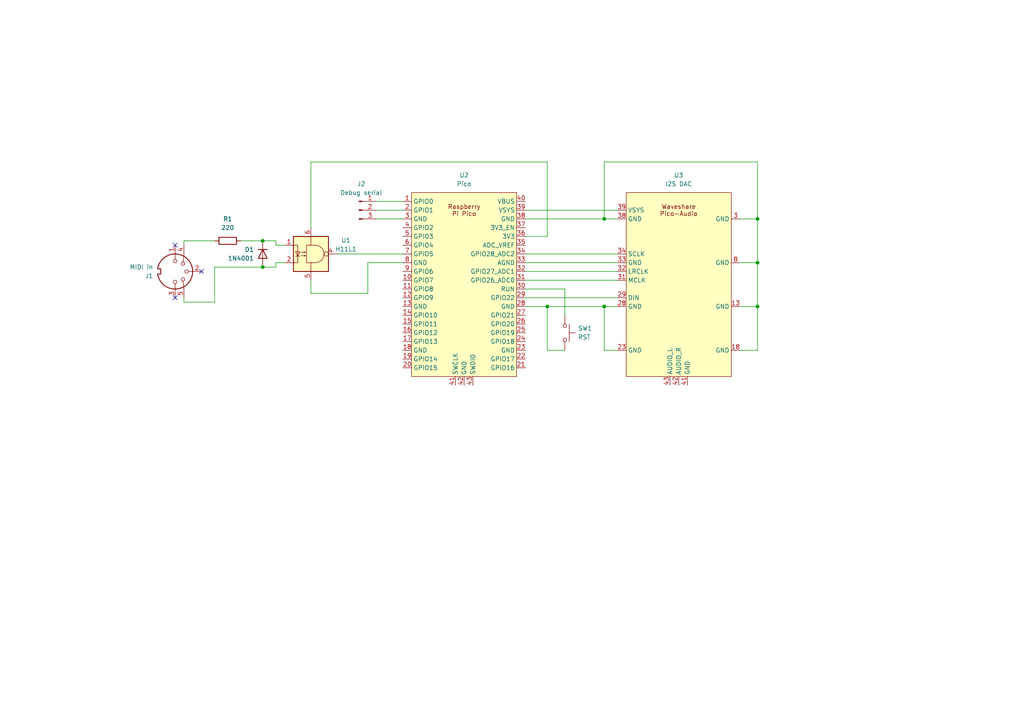
<source format=kicad_sch>
(kicad_sch (version 20230121) (generator eeschema)
  (paper "A4")
  (title_block (title "picoX7") (date "2023-08-28") (rev "0.01") (company "John Haughton"))
  (lib_symbols
    (symbol "Connector:Conn_01x03_Pin" (pin_names (offset 1.016) hide)
      (property "Reference" "J" (at 0 5.08 0))
      (property "Value" "Conn_01x03_Pin" (at 0 -5.08 0))
      (symbol "Conn_01x03_Pin_1_1"
        (polyline (pts (xy 1.27 -2.54) (xy 0.8636 -2.54)) (stroke (width 0.1524)))
        (polyline (pts (xy 1.27 0) (xy 0.8636 0)) (stroke (width 0.1524)))
        (polyline (pts (xy 1.27 2.54) (xy 0.8636 2.54)) (stroke (width 0.1524)))
        (rectangle (start 0.8636 -2.413) (end 0 -2.667) (stroke (width 0.1524)) (fill (type outline)))
        (rectangle (start 0.8636 0.127) (end 0 -0.127) (stroke (width 0.1524)) (fill (type outline)))
        (rectangle (start 0.8636 2.667) (end 0 2.413) (stroke (width 0.1524)) (fill (type outline)))
        (pin passive line (at 5.08 2.54 180) (length 3.81) (name "Pin_1") (number "1"))
        (pin passive line (at 5.08 0 180) (length 3.81) (name "Pin_2") (number "2"))
        (pin passive line (at 5.08 -2.54 180) (length 3.81) (name "Pin_3") (number "3"))
      )
    )
    (symbol "Connector:DIN-5_180degree" (pin_names (offset 1.016))
      (property "Reference" "J" (at 3.175 5.715 0))
      (property "Value" "DIN-5_180degree" (at 0 -6.35 0))
      (symbol "DIN-5_180degree_0_1"
        (arc (start -5.08 0) (mid -3.8609 -3.3364) (end -0.762 -5.08) (stroke (width 0.254)))
        (circle (center -3.048 0) (radius 0.508))
        (circle (center -2.286 2.286) (radius 0.508))
        (polyline (pts (xy -5.08 0) (xy -3.556 0)))
        (polyline (pts (xy 0 5.08) (xy 0 3.81)))
        (polyline (pts (xy 5.08 0) (xy 3.556 0)))
        (polyline (pts (xy -5.08 2.54) (xy -4.318 2.54) (xy -2.794 2.286)))
        (polyline (pts (xy 5.08 2.54) (xy 4.318 2.54) (xy 2.794 2.286)))
        (polyline (pts (xy -0.762 -4.953) (xy -0.762 -4.191) (xy 0.762 -4.191) (xy 0.762 -4.953)) (stroke (width 0.254)))
        (circle (center 0 3.302) (radius 0.508))
        (arc (start 0.762 -5.08) (mid 3.8685 -3.343) (end 5.08 0) (stroke (width 0.254)))
        (circle (center 2.286 2.286) (radius 0.508))
        (circle (center 3.048 0) (radius 0.508))
        (arc (start 5.08 0) (mid 0 5.0579) (end -5.08 0) (stroke (width 0.254)))
      )
      (symbol "DIN-5_180degree_1_1"
        (pin passive line (at -7.62 0 0) (length 2.54) (name "~") (number "1"))
        (pin passive line (at 0 7.62 270) (length 2.54) (name "~") (number "2"))
        (pin passive line (at 7.62 0 180) (length 2.54) (name "~") (number "3"))
        (pin passive line (at -7.62 2.54 0) (length 2.54) (name "~") (number "4"))
        (pin passive line (at 7.62 2.54 180) (length 2.54) (name "~") (number "5"))
      )
    )
    (symbol "Device:R" (pin_numbers hide) (pin_names (offset 0))
      (property "Reference" "R" (at 2.032 0 90))
      (property "Value" "R" (at 0 0 90))
      (symbol "R_0_1"
        (rectangle (start -1.016 -2.54) (end 1.016 2.54) (stroke (width 0.254)))
      )
      (symbol "R_1_1"
        (pin passive line (at 0 3.81 270) (length 1.27) (name "~") (number "1"))
        (pin passive line (at 0 -3.81 90) (length 1.27) (name "~") (number "2"))
      )
    )
    (symbol "Diode:1N4001" (pin_numbers hide) (pin_names hide)
      (property "Reference" "D" (at 0 2.54 0))
      (property "Value" "1N4001" (at 0 -2.54 0))
      (symbol "1N4001_0_1"
        (polyline (pts (xy -1.27 1.27) (xy -1.27 -1.27)) (stroke (width 0.254)))
        (polyline (pts (xy 1.27 0) (xy -1.27 0)))
        (polyline (pts (xy 1.27 1.27) (xy 1.27 -1.27) (xy -1.27 0) (xy 1.27 1.27)) (stroke (width 0.254)))
      )
      (symbol "1N4001_1_1"
        (pin passive line (at -3.81 0 0) (length 2.54) (name "K") (number "1"))
        (pin passive line (at 3.81 0 180) (length 2.54) (name "A") (number "2"))
      )
    )
    (symbol "Isolator:H11L1" (pin_names (offset 1.016))
      (property "Reference" "U" (at 1.27 8.89 0))
      (property "Value" "H11L1" (at 1.27 6.35 0))
      (symbol "H11L1_0_1"
        (rectangle (start -5.08 5.08) (end 5.08 -5.08) (stroke (width 0.254)) (fill (type background)))
        (polyline (pts (xy -4.445 -0.635) (xy -3.175 -0.635)))
        (polyline (pts (xy 0 2.54) (xy 0 5.08)))
        (polyline (pts (xy 0 -2.54) (xy 0 -5.08) (xy 0 -3.81)))
        (polyline (pts (xy -5.08 -2.54) (xy -3.81 -2.54) (xy -3.81 2.54) (xy -5.08 2.54)))
        (polyline (pts (xy -3.81 -0.635) (xy -4.445 0.635) (xy -3.175 0.635) (xy -3.81 -0.635)))
        (polyline (pts (xy 1.27 -2.54) (xy -1.27 -2.54) (xy -1.27 2.54) (xy 1.27 2.54)))
        (polyline (pts (xy -2.794 -0.508) (xy -1.524 -0.508) (xy -1.905 -0.635) (xy -1.905 -0.381) (xy -1.524 -0.508)))
        (polyline (pts (xy -2.794 0.508) (xy -1.524 0.508) (xy -1.905 0.381) (xy -1.905 0.635) (xy -1.524 0.508)))
        (arc (start 1.27 -2.54) (mid 3.799 0) (end 1.27 2.54))
      )
      (symbol "H11L1_1_1"
        (pin passive line (at -7.62 2.54 0) (length 2.54) (name "~") (number "1"))
        (pin passive line (at -7.62 -2.54 0) (length 2.54) (name "~") (number "2"))
        (pin no_connect line (at -5.08 0 0) (length 2.54) hide (name "~") (number "3"))
        (pin output inverted (at 7.62 0 180) (length 3.81) (name "~") (number "4"))
        (pin power_in line (at 0 -7.62 90) (length 2.54) (name "~") (number "5"))
        (pin power_in line (at 0 7.62 270) (length 2.54) (name "~") (number "6"))
      )
    )
    (symbol "MCU_RaspberryPi_and_Boards:Pico"
      (property "Reference" "U2" (at 0 31.75 0))
      (property "Value" "Pico" (at 0 29.21 0))
      (symbol "Pico_0_1"
        (rectangle (start -15.24 26.67) (end 15.24 -26.67) (fill (type background)))
      )
      (symbol "Pico_1_0"
        (text "Raspberry\nPi Pico" (at 0 21.59 0) (effects (font (size 1.27 1.27))))
      )
      (symbol "Pico_1_1"
        (pin bidirectional line (at -17.78 24.13 0) (length 2.54) (name "GPIO0") (number "1"))
        (pin bidirectional line (at -17.78 1.27 0) (length 2.54) (name "GPIO7") (number "10"))
        (pin bidirectional line (at -17.78 -1.27 0) (length 2.54) (name "GPIO8") (number "11"))
        (pin bidirectional line (at -17.78 -3.81 0) (length 2.54) (name "GPIO9") (number "12"))
        (pin power_in line (at -17.78 -6.35 0) (length 2.54) (name "GND") (number "13"))
        (pin bidirectional line (at -17.78 -8.89 0) (length 2.54) (name "GPIO10") (number "14"))
        (pin bidirectional line (at -17.78 -11.43 0) (length 2.54) (name "GPIO11") (number "15"))
        (pin bidirectional line (at -17.78 -13.97 0) (length 2.54) (name "GPIO12") (number "16"))
        (pin bidirectional line (at -17.78 -16.51 0) (length 2.54) (name "GPIO13") (number "17"))
        (pin power_in line (at -17.78 -19.05 0) (length 2.54) (name "GND") (number "18"))
        (pin bidirectional line (at -17.78 -21.59 0) (length 2.54) (name "GPIO14") (number "19"))
        (pin bidirectional line (at -17.78 21.59 0) (length 2.54) (name "GPIO1") (number "2"))
        (pin bidirectional line (at -17.78 -24.13 0) (length 2.54) (name "GPIO15") (number "20"))
        (pin bidirectional line (at 17.78 -24.13 180) (length 2.54) (name "GPIO16") (number "21"))
        (pin bidirectional line (at 17.78 -21.59 180) (length 2.54) (name "GPIO17") (number "22"))
        (pin power_in line (at 17.78 -19.05 180) (length 2.54) (name "GND") (number "23"))
        (pin bidirectional line (at 17.78 -16.51 180) (length 2.54) (name "GPIO18") (number "24"))
        (pin bidirectional line (at 17.78 -13.97 180) (length 2.54) (name "GPIO19") (number "25"))
        (pin bidirectional line (at 17.78 -11.43 180) (length 2.54) (name "GPIO20") (number "26"))
        (pin bidirectional line (at 17.78 -8.89 180) (length 2.54) (name "GPIO21") (number "27"))
        (pin power_in line (at 17.78 -6.35 180) (length 2.54) (name "GND") (number "28"))
        (pin bidirectional line (at 17.78 -3.81 180) (length 2.54) (name "GPIO22") (number "29"))
        (pin power_in line (at -17.78 19.05 0) (length 2.54) (name "GND") (number "3"))
        (pin input line (at 17.78 -1.27 180) (length 2.54) (name "RUN") (number "30"))
        (pin bidirectional line (at 17.78 1.27 180) (length 2.54) (name "GPIO26_ADC0") (number "31"))
        (pin bidirectional line (at 17.78 3.81 180) (length 2.54) (name "GPIO27_ADC1") (number "32"))
        (pin power_in line (at 17.78 6.35 180) (length 2.54) (name "AGND") (number "33"))
        (pin bidirectional line (at 17.78 8.89 180) (length 2.54) (name "GPIO28_ADC2") (number "34"))
        (pin power_in line (at 17.78 11.43 180) (length 2.54) (name "ADC_VREF") (number "35"))
        (pin power_in line (at 17.78 13.97 180) (length 2.54) (name "3V3") (number "36"))
        (pin input line (at 17.78 16.51 180) (length 2.54) (name "3V3_EN") (number "37"))
        (pin bidirectional line (at 17.78 19.05 180) (length 2.54) (name "GND") (number "38"))
        (pin power_in line (at 17.78 21.59 180) (length 2.54) (name "VSYS") (number "39"))
        (pin bidirectional line (at -17.78 16.51 0) (length 2.54) (name "GPIO2") (number "4"))
        (pin power_in line (at 17.78 24.13 180) (length 2.54) (name "VBUS") (number "40"))
        (pin input line (at -2.54 -29.21 90) (length 2.54) (name "SWCLK") (number "41"))
        (pin power_in line (at 0 -29.21 90) (length 2.54) (name "GND") (number "42"))
        (pin bidirectional line (at 2.54 -29.21 90) (length 2.54) (name "SWDIO") (number "43"))
        (pin bidirectional line (at -17.78 13.97 0) (length 2.54) (name "GPIO3") (number "5"))
        (pin bidirectional line (at -17.78 11.43 0) (length 2.54) (name "GPIO4") (number "6"))
        (pin bidirectional line (at -17.78 8.89 0) (length 2.54) (name "GPIO5") (number "7"))
        (pin power_in line (at -17.78 6.35 0) (length 2.54) (name "GND") (number "8"))
        (pin bidirectional line (at -17.78 3.81 0) (length 2.54) (name "GPIO6") (number "9"))
      )
    )
    (symbol "MCU_RaspberryPi_and_Boards:Waveshare Pico-Audio"
      (property "Reference" "U3" (at 0 31.75 0))
      (property "Value" "I2S DAC" (at 0 29.21 0))
      (symbol "Waveshare Pico-Audio_0_1"
        (rectangle (start -15.24 26.67) (end 15.24 -26.67) (fill (type background)))
      )
      (symbol "Waveshare Pico-Audio_1_0"
        (text "Waveshare\nPico-Audio" (at 0 21.59 0) (effects (font (size 1.27 1.27))))
      )
      (symbol "Waveshare Pico-Audio_1_1"
        (pin power_in line (at -17.78 -6.35 0) (length 2.54) (name "GND") (number "13"))
        (pin power_in line (at -17.78 -19.05 0) (length 2.54) (name "GND") (number "18"))
        (pin power_in line (at 17.78 -19.05 180) (length 2.54) (name "GND") (number "23"))
        (pin power_in line (at 17.78 -6.35 180) (length 2.54) (name "GND") (number "28"))
        (pin input line (at 17.78 -3.81 180) (length 2.54) (name "DIN") (number "29"))
        (pin power_in line (at -17.78 19.05 0) (length 2.54) (name "GND") (number "3"))
        (pin input line (at 17.78 1.27 180) (length 2.54) (name "MCLK") (number "31"))
        (pin input line (at 17.78 3.81 180) (length 2.54) (name "LRCLK") (number "32"))
        (pin power_in line (at 17.78 6.35 180) (length 2.54) (name "GND") (number "33"))
        (pin input line (at 17.78 8.89 180) (length 2.54) (name "SCLK") (number "34"))
        (pin bidirectional line (at 17.78 19.05 180) (length 2.54) (name "GND") (number "38"))
        (pin power_in line (at 17.78 21.59 180) (length 2.54) (name "VSYS") (number "39"))
        (pin power_out line (at -2.54 -29.21 90) (length 2.54) (name "GND") (number "41"))
        (pin output line (at 0 -29.21 90) (length 2.54) (name "AUDIO_R") (number "42"))
        (pin output line (at 2.54 -29.21 90) (length 2.54) (name "AUDIO_L") (number "43"))
        (pin power_in line (at -17.78 6.35 0) (length 2.54) (name "GND") (number "8"))
      )
    )
    (symbol "Switch:SW_Push" (pin_numbers hide) (pin_names (offset 1.016) hide)
      (property "Reference" "SW" (at 1.27 2.54 0))
      (property "Value" "SW_Push" (at 0 -1.524 0))
      (symbol "SW_Push_0_1"
        (circle (center -2.032 0) (radius 0.508))
        (polyline (pts (xy 0 1.27) (xy 0 3.048)))
        (polyline (pts (xy 2.54 1.27) (xy -2.54 1.27)))
        (circle (center 2.032 0) (radius 0.508))
        (pin passive line (at -5.08 0 0) (length 2.54) (name "1") (number "1"))
        (pin passive line (at 5.08 0 180) (length 2.54) (name "2") (number "2"))
      )
    )
  )
  (junction (at 175.26 88.9))
  (junction (at 219.71 76.2))
  (junction (at 158.75 88.9))
  (junction (at 219.71 63.5))
  (junction (at 76.2 69.85))
  (junction (at 219.71 88.9))
  (junction (at 76.2 77.47))
  (junction (at 175.26 63.5))
  (no_connect (at 58.42 78.74))
  (no_connect (at 50.8 86.36))
  (no_connect (at 50.8 71.12))
  (wire (pts (xy 90.17 81.28) (xy 90.17 85.09)))
  (wire (pts (xy 219.71 76.2) (xy 219.71 88.9)))
  (wire (pts (xy 82.55 76.2) (xy 80.01 76.2)))
  (wire (pts (xy 175.26 88.9) (xy 179.07 88.9)))
  (wire (pts (xy 53.34 86.36) (xy 53.34 87.63)))
  (wire (pts (xy 82.55 71.12) (xy 80.01 71.12)))
  (wire (pts (xy 152.4 68.58) (xy 158.75 68.58)))
  (wire (pts (xy 152.4 76.2) (xy 179.07 76.2)))
  (wire (pts (xy 80.01 77.47) (xy 76.2 77.47)))
  (wire (pts (xy 76.2 77.47) (xy 62.23 77.47)))
  (wire (pts (xy 152.4 78.74) (xy 179.07 78.74)))
  (wire (pts (xy 152.4 88.9) (xy 158.75 88.9)))
  (wire (pts (xy 80.01 76.2) (xy 80.01 77.47)))
  (wire (pts (xy 163.83 83.82) (xy 152.4 83.82)))
  (wire (pts (xy 109.22 63.5) (xy 116.84 63.5)))
  (wire (pts (xy 214.63 101.6) (xy 219.71 101.6)))
  (wire (pts (xy 152.4 60.96) (xy 179.07 60.96)))
  (wire (pts (xy 152.4 73.66) (xy 179.07 73.66)))
  (wire (pts (xy 158.75 101.6) (xy 163.83 101.6)))
  (wire (pts (xy 97.79 73.66) (xy 116.84 73.66)))
  (wire (pts (xy 109.22 58.42) (xy 116.84 58.42)))
  (wire (pts (xy 214.63 63.5) (xy 219.71 63.5)))
  (wire (pts (xy 219.71 76.2) (xy 214.63 76.2)))
  (wire (pts (xy 152.4 81.28) (xy 179.07 81.28)))
  (wire (pts (xy 175.26 46.99) (xy 175.26 63.5)))
  (wire (pts (xy 116.84 76.2) (xy 106.68 76.2)))
  (wire (pts (xy 62.23 87.63) (xy 53.34 87.63)))
  (wire (pts (xy 219.71 63.5) (xy 219.71 76.2)))
  (wire (pts (xy 90.17 46.99) (xy 158.75 46.99)))
  (wire (pts (xy 158.75 88.9) (xy 175.26 88.9)))
  (wire (pts (xy 163.83 91.44) (xy 163.83 83.82)))
  (wire (pts (xy 76.2 69.85) (xy 69.85 69.85)))
  (wire (pts (xy 53.34 69.85) (xy 53.34 71.12)))
  (wire (pts (xy 158.75 88.9) (xy 158.75 101.6)))
  (wire (pts (xy 106.68 76.2) (xy 106.68 85.09)))
  (wire (pts (xy 219.71 63.5) (xy 219.71 46.99)))
  (wire (pts (xy 158.75 68.58) (xy 158.75 46.99)))
  (wire (pts (xy 80.01 69.85) (xy 80.01 71.12)))
  (wire (pts (xy 152.4 63.5) (xy 175.26 63.5)))
  (wire (pts (xy 219.71 46.99) (xy 175.26 46.99)))
  (wire (pts (xy 106.68 85.09) (xy 90.17 85.09)))
  (wire (pts (xy 53.34 69.85) (xy 62.23 69.85)))
  (wire (pts (xy 62.23 77.47) (xy 62.23 87.63)))
  (wire (pts (xy 219.71 101.6) (xy 219.71 88.9)))
  (wire (pts (xy 90.17 46.99) (xy 90.17 66.04)))
  (wire (pts (xy 214.63 88.9) (xy 219.71 88.9)))
  (wire (pts (xy 109.22 60.96) (xy 116.84 60.96)))
  (wire (pts (xy 76.2 69.85) (xy 80.01 69.85)))
  (wire (pts (xy 175.26 101.6) (xy 175.26 88.9)))
  (wire (pts (xy 152.4 86.36) (xy 179.07 86.36)))
  (wire (pts (xy 175.26 63.5) (xy 179.07 63.5)))
  (wire (pts (xy 179.07 101.6) (xy 175.26 101.6)))
  (symbol (lib_id "Diode:1N4001") (at 76.2 73.66 90) (mirror x) (unit 1)
    (property "Reference" "D1" (at 73.66 72.39 90) (effects (justify left)))
    (property "Value" "1N4001" (at 73.66 74.93 90) (effects (justify left)))
    (property "Footprint" "Diode_THT:D_DO-41_SOD81_P10.16mm_Horizontal" (effects hide))
    (property "Datasheet" "http://www.vishay.com/docs/88503/1n4001.pdf" (effects hide))
    (property "Sim.Device" "D" (effects hide))
    (property "Sim.Pins" "1=K 2=A" (effects hide))
  )
  (symbol (lib_id "Connector:Conn_01x03_Pin") (at 104.14 60.96 0) (unit 1)
    (property "Reference" "J2" (at 104.775 53.34 0))
    (property "Value" "Debug serial" (at 104.775 55.88 0))
    (property "Footprint" "Connector:FanPinHeader_1x03_P2.54mm_Vertical" (effects hide))
  )
  (symbol (lib_id "Isolator:H11L1") (at 90.17 73.66 0) (unit 1)
    (property "Reference" "U1" (at 100.33 69.7231 0))
    (property "Value" "H11L1" (at 100.33 72.2631 0))
    (property "Footprint" "Package_DIP:DIP-6_W7.62mm" (effects hide))
    (property "Datasheet" "https://www.onsemi.com/pub/Collateral/H11L3M-D.PDF" (effects hide))
  )
  (symbol (lib_id "Switch:SW_Push") (at 163.83 96.52 270) (unit 1)
    (property "Reference" "SW1" (at 167.64 95.25 90) (effects (justify left)))
    (property "Value" "RST" (at 167.64 97.79 90) (effects (justify left)))
  )
  (symbol (lib_id "Connector:DIN-5_180degree") (at 50.8 78.74 270) (unit 1)
    (property "Reference" "J1" (at 44.45 80.0101 90) (effects (justify right)))
    (property "Value" "MIDI in" (at 44.45 77.4701 90) (effects (justify right)))
    (property "Datasheet" "http://www.mouser.com/ds/2/18/40_c091_abd_e-75918.pdf" (effects hide))
  )
  (symbol (lib_id "Device:R") (at 66.04 69.85 270) (mirror x) (unit 1)
    (property "Reference" "R1" (at 66.04 63.5 90))
    (property "Value" "220" (at 66.04 66.04 90))
    (property "Footprint" "Resistor_THT:R_Axial_DIN0204_L3.6mm_D1.6mm_P5.08mm_Horizontal" (effects hide))
  )
  (symbol (lib_id "MCU_RaspberryPi_and_Boards:Waveshare Pico-Audio") (at 196.85 82.55 0) (mirror y) (unit 1)
    (property "Reference" "U3" (at 196.85 50.8 0))
    (property "Value" "I2S DAC" (at 196.85 53.34 0))
    (property "Footprint" "RPi_Pico:RPi_Pico_SMD_TH" (effects hide))
  )
  (symbol (lib_id "MCU_RaspberryPi_and_Boards:Pico") (at 134.62 82.55 0) (unit 1)
    (property "Reference" "U2" (at 134.62 50.8 0))
    (property "Value" "Pico" (at 134.62 53.34 0))
    (property "Footprint" "RPi_Pico:RPi_Pico_SMD_TH" (effects hide))
  )
)
</source>
